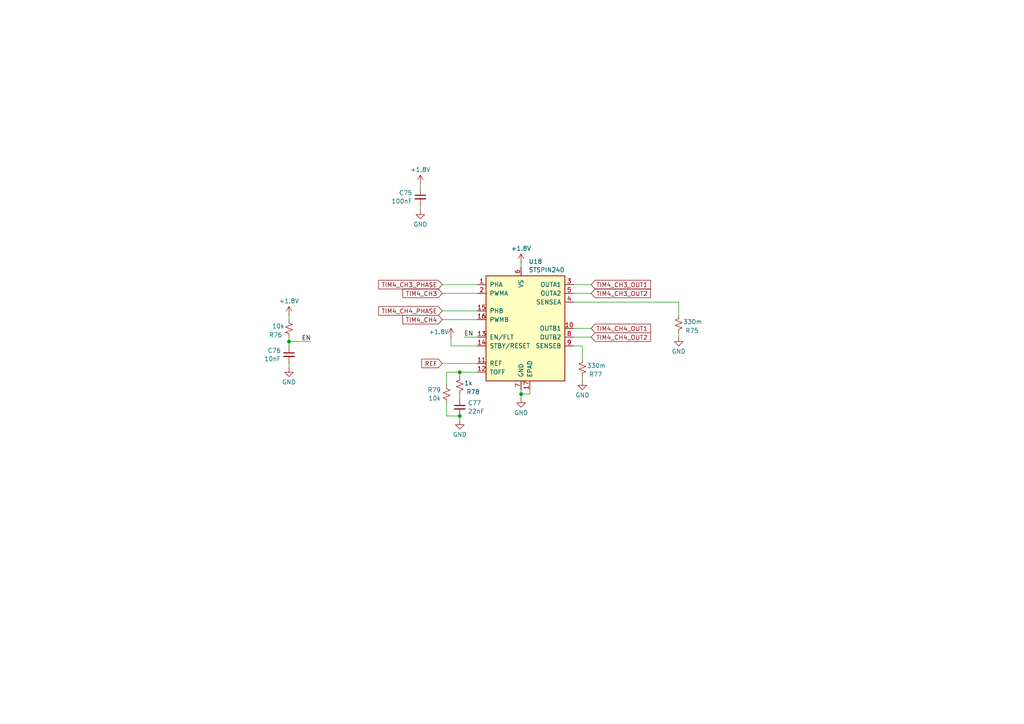
<source format=kicad_sch>
(kicad_sch
	(version 20231120)
	(generator "eeschema")
	(generator_version "8.0")
	(uuid "678b9aec-26bf-4f27-ba87-71e2ec76edda")
	(paper "A4")
	(lib_symbols
		(symbol "Device:C_Small"
			(pin_numbers hide)
			(pin_names
				(offset 0.254) hide)
			(exclude_from_sim no)
			(in_bom yes)
			(on_board yes)
			(property "Reference" "C"
				(at 0.254 1.778 0)
				(effects
					(font
						(size 1.27 1.27)
					)
					(justify left)
				)
			)
			(property "Value" "C_Small"
				(at 0.254 -2.032 0)
				(effects
					(font
						(size 1.27 1.27)
					)
					(justify left)
				)
			)
			(property "Footprint" ""
				(at 0 0 0)
				(effects
					(font
						(size 1.27 1.27)
					)
					(hide yes)
				)
			)
			(property "Datasheet" "~"
				(at 0 0 0)
				(effects
					(font
						(size 1.27 1.27)
					)
					(hide yes)
				)
			)
			(property "Description" "Unpolarized capacitor, small symbol"
				(at 0 0 0)
				(effects
					(font
						(size 1.27 1.27)
					)
					(hide yes)
				)
			)
			(property "ki_keywords" "capacitor cap"
				(at 0 0 0)
				(effects
					(font
						(size 1.27 1.27)
					)
					(hide yes)
				)
			)
			(property "ki_fp_filters" "C_*"
				(at 0 0 0)
				(effects
					(font
						(size 1.27 1.27)
					)
					(hide yes)
				)
			)
			(symbol "C_Small_0_1"
				(polyline
					(pts
						(xy -1.524 -0.508) (xy 1.524 -0.508)
					)
					(stroke
						(width 0.3302)
						(type default)
					)
					(fill
						(type none)
					)
				)
				(polyline
					(pts
						(xy -1.524 0.508) (xy 1.524 0.508)
					)
					(stroke
						(width 0.3048)
						(type default)
					)
					(fill
						(type none)
					)
				)
			)
			(symbol "C_Small_1_1"
				(pin passive line
					(at 0 2.54 270)
					(length 2.032)
					(name "~"
						(effects
							(font
								(size 1.27 1.27)
							)
						)
					)
					(number "1"
						(effects
							(font
								(size 1.27 1.27)
							)
						)
					)
				)
				(pin passive line
					(at 0 -2.54 90)
					(length 2.032)
					(name "~"
						(effects
							(font
								(size 1.27 1.27)
							)
						)
					)
					(number "2"
						(effects
							(font
								(size 1.27 1.27)
							)
						)
					)
				)
			)
		)
		(symbol "Device:R_Small_US"
			(pin_numbers hide)
			(pin_names
				(offset 0.254) hide)
			(exclude_from_sim no)
			(in_bom yes)
			(on_board yes)
			(property "Reference" "R"
				(at 0.762 0.508 0)
				(effects
					(font
						(size 1.27 1.27)
					)
					(justify left)
				)
			)
			(property "Value" "R_Small_US"
				(at 0.762 -1.016 0)
				(effects
					(font
						(size 1.27 1.27)
					)
					(justify left)
				)
			)
			(property "Footprint" ""
				(at 0 0 0)
				(effects
					(font
						(size 1.27 1.27)
					)
					(hide yes)
				)
			)
			(property "Datasheet" "~"
				(at 0 0 0)
				(effects
					(font
						(size 1.27 1.27)
					)
					(hide yes)
				)
			)
			(property "Description" "Resistor, small US symbol"
				(at 0 0 0)
				(effects
					(font
						(size 1.27 1.27)
					)
					(hide yes)
				)
			)
			(property "ki_keywords" "r resistor"
				(at 0 0 0)
				(effects
					(font
						(size 1.27 1.27)
					)
					(hide yes)
				)
			)
			(property "ki_fp_filters" "R_*"
				(at 0 0 0)
				(effects
					(font
						(size 1.27 1.27)
					)
					(hide yes)
				)
			)
			(symbol "R_Small_US_1_1"
				(polyline
					(pts
						(xy 0 0) (xy 1.016 -0.381) (xy 0 -0.762) (xy -1.016 -1.143) (xy 0 -1.524)
					)
					(stroke
						(width 0)
						(type default)
					)
					(fill
						(type none)
					)
				)
				(polyline
					(pts
						(xy 0 1.524) (xy 1.016 1.143) (xy 0 0.762) (xy -1.016 0.381) (xy 0 0)
					)
					(stroke
						(width 0)
						(type default)
					)
					(fill
						(type none)
					)
				)
				(pin passive line
					(at 0 2.54 270)
					(length 1.016)
					(name "~"
						(effects
							(font
								(size 1.27 1.27)
							)
						)
					)
					(number "1"
						(effects
							(font
								(size 1.27 1.27)
							)
						)
					)
				)
				(pin passive line
					(at 0 -2.54 90)
					(length 1.016)
					(name "~"
						(effects
							(font
								(size 1.27 1.27)
							)
						)
					)
					(number "2"
						(effects
							(font
								(size 1.27 1.27)
							)
						)
					)
				)
			)
		)
		(symbol "Driver_Motor:STSPIN240"
			(pin_names
				(offset 1.016)
			)
			(exclude_from_sim no)
			(in_bom yes)
			(on_board yes)
			(property "Reference" "U"
				(at -10.16 16.51 0)
				(effects
					(font
						(size 1.27 1.27)
					)
					(justify left)
				)
			)
			(property "Value" "STSPIN240"
				(at 5.08 16.51 0)
				(effects
					(font
						(size 1.27 1.27)
					)
					(justify left)
				)
			)
			(property "Footprint" "Package_DFN_QFN:VQFN-16-1EP_3x3mm_P0.5mm_EP1.8x1.8mm"
				(at 5.08 19.05 0)
				(effects
					(font
						(size 1.27 1.27)
					)
					(justify left)
					(hide yes)
				)
			)
			(property "Datasheet" "www.st.com/resource/en/datasheet/stspin240.pdf"
				(at 3.81 6.35 0)
				(effects
					(font
						(size 1.27 1.27)
					)
					(hide yes)
				)
			)
			(property "Description" "Low voltage dual brush DC motor driver, 1.8V to 10V input, 1.3Arms output, 0.4Ω Rdson per phase (typical), QFN-16 package"
				(at 0 0 0)
				(effects
					(font
						(size 1.27 1.27)
					)
					(hide yes)
				)
			)
			(property "ki_keywords" "motor driver dc brushed"
				(at 0 0 0)
				(effects
					(font
						(size 1.27 1.27)
					)
					(hide yes)
				)
			)
			(property "ki_fp_filters" "VQFN*1EP*3x3mm*P0.5mm*"
				(at 0 0 0)
				(effects
					(font
						(size 1.27 1.27)
					)
					(hide yes)
				)
			)
			(symbol "STSPIN240_0_1"
				(rectangle
					(start -10.16 15.24)
					(end 12.7 -15.24)
					(stroke
						(width 0.254)
						(type default)
					)
					(fill
						(type background)
					)
				)
			)
			(symbol "STSPIN240_1_1"
				(pin input line
					(at -12.7 12.7 0)
					(length 2.54)
					(name "PHA"
						(effects
							(font
								(size 1.27 1.27)
							)
						)
					)
					(number "1"
						(effects
							(font
								(size 1.27 1.27)
							)
						)
					)
				)
				(pin power_out line
					(at 15.24 0 180)
					(length 2.54)
					(name "OUTB1"
						(effects
							(font
								(size 1.27 1.27)
							)
						)
					)
					(number "10"
						(effects
							(font
								(size 1.27 1.27)
							)
						)
					)
				)
				(pin input line
					(at -12.7 -10.16 0)
					(length 2.54)
					(name "REF"
						(effects
							(font
								(size 1.27 1.27)
							)
						)
					)
					(number "11"
						(effects
							(font
								(size 1.27 1.27)
							)
						)
					)
				)
				(pin input line
					(at -12.7 -12.7 0)
					(length 2.54)
					(name "TOFF"
						(effects
							(font
								(size 1.27 1.27)
							)
						)
					)
					(number "12"
						(effects
							(font
								(size 1.27 1.27)
							)
						)
					)
				)
				(pin bidirectional line
					(at -12.7 -2.54 0)
					(length 2.54)
					(name "EN/FLT"
						(effects
							(font
								(size 1.27 1.27)
							)
						)
					)
					(number "13"
						(effects
							(font
								(size 1.27 1.27)
							)
						)
					)
				)
				(pin input line
					(at -12.7 -5.08 0)
					(length 2.54)
					(name "STBY/RESET"
						(effects
							(font
								(size 1.27 1.27)
							)
						)
					)
					(number "14"
						(effects
							(font
								(size 1.27 1.27)
							)
						)
					)
				)
				(pin input line
					(at -12.7 5.08 0)
					(length 2.54)
					(name "PHB"
						(effects
							(font
								(size 1.27 1.27)
							)
						)
					)
					(number "15"
						(effects
							(font
								(size 1.27 1.27)
							)
						)
					)
				)
				(pin input line
					(at -12.7 2.54 0)
					(length 2.54)
					(name "PWMB"
						(effects
							(font
								(size 1.27 1.27)
							)
						)
					)
					(number "16"
						(effects
							(font
								(size 1.27 1.27)
							)
						)
					)
				)
				(pin power_in line
					(at 2.54 -17.78 90)
					(length 2.54)
					(name "EPAD"
						(effects
							(font
								(size 1.27 1.27)
							)
						)
					)
					(number "17"
						(effects
							(font
								(size 1.27 1.27)
							)
						)
					)
				)
				(pin input line
					(at -12.7 10.16 0)
					(length 2.54)
					(name "PWMA"
						(effects
							(font
								(size 1.27 1.27)
							)
						)
					)
					(number "2"
						(effects
							(font
								(size 1.27 1.27)
							)
						)
					)
				)
				(pin power_out line
					(at 15.24 12.7 180)
					(length 2.54)
					(name "OUTA1"
						(effects
							(font
								(size 1.27 1.27)
							)
						)
					)
					(number "3"
						(effects
							(font
								(size 1.27 1.27)
							)
						)
					)
				)
				(pin power_out line
					(at 15.24 7.62 180)
					(length 2.54)
					(name "SENSEA"
						(effects
							(font
								(size 1.27 1.27)
							)
						)
					)
					(number "4"
						(effects
							(font
								(size 1.27 1.27)
							)
						)
					)
				)
				(pin power_out line
					(at 15.24 10.16 180)
					(length 2.54)
					(name "OUTA2"
						(effects
							(font
								(size 1.27 1.27)
							)
						)
					)
					(number "5"
						(effects
							(font
								(size 1.27 1.27)
							)
						)
					)
				)
				(pin power_in line
					(at 0 17.78 270)
					(length 2.54)
					(name "VS"
						(effects
							(font
								(size 1.27 1.27)
							)
						)
					)
					(number "6"
						(effects
							(font
								(size 1.27 1.27)
							)
						)
					)
				)
				(pin power_in line
					(at 0 -17.78 90)
					(length 2.54)
					(name "GND"
						(effects
							(font
								(size 1.27 1.27)
							)
						)
					)
					(number "7"
						(effects
							(font
								(size 1.27 1.27)
							)
						)
					)
				)
				(pin power_out line
					(at 15.24 -2.54 180)
					(length 2.54)
					(name "OUTB2"
						(effects
							(font
								(size 1.27 1.27)
							)
						)
					)
					(number "8"
						(effects
							(font
								(size 1.27 1.27)
							)
						)
					)
				)
				(pin power_out line
					(at 15.24 -5.08 180)
					(length 2.54)
					(name "SENSEB"
						(effects
							(font
								(size 1.27 1.27)
							)
						)
					)
					(number "9"
						(effects
							(font
								(size 1.27 1.27)
							)
						)
					)
				)
			)
		)
		(symbol "power:+1V8"
			(power)
			(pin_numbers hide)
			(pin_names
				(offset 0) hide)
			(exclude_from_sim no)
			(in_bom yes)
			(on_board yes)
			(property "Reference" "#PWR"
				(at 0 -3.81 0)
				(effects
					(font
						(size 1.27 1.27)
					)
					(hide yes)
				)
			)
			(property "Value" "+1V8"
				(at 0 3.556 0)
				(effects
					(font
						(size 1.27 1.27)
					)
				)
			)
			(property "Footprint" ""
				(at 0 0 0)
				(effects
					(font
						(size 1.27 1.27)
					)
					(hide yes)
				)
			)
			(property "Datasheet" ""
				(at 0 0 0)
				(effects
					(font
						(size 1.27 1.27)
					)
					(hide yes)
				)
			)
			(property "Description" "Power symbol creates a global label with name \"+1V8\""
				(at 0 0 0)
				(effects
					(font
						(size 1.27 1.27)
					)
					(hide yes)
				)
			)
			(property "ki_keywords" "global power"
				(at 0 0 0)
				(effects
					(font
						(size 1.27 1.27)
					)
					(hide yes)
				)
			)
			(symbol "+1V8_0_1"
				(polyline
					(pts
						(xy -0.762 1.27) (xy 0 2.54)
					)
					(stroke
						(width 0)
						(type default)
					)
					(fill
						(type none)
					)
				)
				(polyline
					(pts
						(xy 0 0) (xy 0 2.54)
					)
					(stroke
						(width 0)
						(type default)
					)
					(fill
						(type none)
					)
				)
				(polyline
					(pts
						(xy 0 2.54) (xy 0.762 1.27)
					)
					(stroke
						(width 0)
						(type default)
					)
					(fill
						(type none)
					)
				)
			)
			(symbol "+1V8_1_1"
				(pin power_in line
					(at 0 0 90)
					(length 0)
					(name "~"
						(effects
							(font
								(size 1.27 1.27)
							)
						)
					)
					(number "1"
						(effects
							(font
								(size 1.27 1.27)
							)
						)
					)
				)
			)
		)
		(symbol "power:GND"
			(power)
			(pin_numbers hide)
			(pin_names
				(offset 0) hide)
			(exclude_from_sim no)
			(in_bom yes)
			(on_board yes)
			(property "Reference" "#PWR"
				(at 0 -6.35 0)
				(effects
					(font
						(size 1.27 1.27)
					)
					(hide yes)
				)
			)
			(property "Value" "GND"
				(at 0 -3.81 0)
				(effects
					(font
						(size 1.27 1.27)
					)
				)
			)
			(property "Footprint" ""
				(at 0 0 0)
				(effects
					(font
						(size 1.27 1.27)
					)
					(hide yes)
				)
			)
			(property "Datasheet" ""
				(at 0 0 0)
				(effects
					(font
						(size 1.27 1.27)
					)
					(hide yes)
				)
			)
			(property "Description" "Power symbol creates a global label with name \"GND\" , ground"
				(at 0 0 0)
				(effects
					(font
						(size 1.27 1.27)
					)
					(hide yes)
				)
			)
			(property "ki_keywords" "global power"
				(at 0 0 0)
				(effects
					(font
						(size 1.27 1.27)
					)
					(hide yes)
				)
			)
			(symbol "GND_0_1"
				(polyline
					(pts
						(xy 0 0) (xy 0 -1.27) (xy 1.27 -1.27) (xy 0 -2.54) (xy -1.27 -1.27) (xy 0 -1.27)
					)
					(stroke
						(width 0)
						(type default)
					)
					(fill
						(type none)
					)
				)
			)
			(symbol "GND_1_1"
				(pin power_in line
					(at 0 0 270)
					(length 0)
					(name "~"
						(effects
							(font
								(size 1.27 1.27)
							)
						)
					)
					(number "1"
						(effects
							(font
								(size 1.27 1.27)
							)
						)
					)
				)
			)
		)
	)
	(junction
		(at 133.35 120.65)
		(diameter 0)
		(color 0 0 0 0)
		(uuid "42d6576e-fadb-4563-9fc6-3a42c8f7e3c8")
	)
	(junction
		(at 133.35 107.95)
		(diameter 0)
		(color 0 0 0 0)
		(uuid "667f0bd6-b12d-4faa-987f-927ccb27679f")
	)
	(junction
		(at 151.13 114.3)
		(diameter 0)
		(color 0 0 0 0)
		(uuid "b8536958-cabd-4320-bfca-2face8fcc9a7")
	)
	(junction
		(at 83.82 99.06)
		(diameter 0)
		(color 0 0 0 0)
		(uuid "d7e75411-1de3-452c-afc2-da1331c922c2")
	)
	(wire
		(pts
			(xy 151.13 76.2) (xy 151.13 77.47)
		)
		(stroke
			(width 0)
			(type default)
		)
		(uuid "0df78f29-7091-44f6-a730-ef372ed57675")
	)
	(wire
		(pts
			(xy 133.35 107.95) (xy 133.35 109.22)
		)
		(stroke
			(width 0)
			(type default)
		)
		(uuid "136b5161-d7ef-4375-aa91-e102651a4665")
	)
	(wire
		(pts
			(xy 168.91 100.33) (xy 166.37 100.33)
		)
		(stroke
			(width 0)
			(type default)
		)
		(uuid "154c620a-04df-4b2c-84d6-36da2c79bbea")
	)
	(wire
		(pts
			(xy 121.92 59.69) (xy 121.92 60.96)
		)
		(stroke
			(width 0)
			(type default)
		)
		(uuid "1ea7bd63-8734-448b-980b-014f4ca342f1")
	)
	(wire
		(pts
			(xy 133.35 114.3) (xy 133.35 115.57)
		)
		(stroke
			(width 0)
			(type default)
		)
		(uuid "2081ed10-af47-4487-84ed-017469b4fdb8")
	)
	(wire
		(pts
			(xy 128.27 92.71) (xy 138.43 92.71)
		)
		(stroke
			(width 0)
			(type default)
		)
		(uuid "24beaf91-e7d3-4e03-a638-690a46340679")
	)
	(wire
		(pts
			(xy 168.91 109.22) (xy 168.91 110.49)
		)
		(stroke
			(width 0)
			(type default)
		)
		(uuid "32926c58-e476-43b4-99b4-f50b1bd7289c")
	)
	(wire
		(pts
			(xy 83.82 99.06) (xy 83.82 100.33)
		)
		(stroke
			(width 0)
			(type default)
		)
		(uuid "3421b40e-45e7-4ac7-915c-5c46804131b9")
	)
	(wire
		(pts
			(xy 129.54 120.65) (xy 133.35 120.65)
		)
		(stroke
			(width 0)
			(type default)
		)
		(uuid "416fd5ac-a650-418e-931e-fcded8135e33")
	)
	(wire
		(pts
			(xy 128.27 90.17) (xy 138.43 90.17)
		)
		(stroke
			(width 0)
			(type default)
		)
		(uuid "424cc603-8d4e-4823-ae49-81b1618ee283")
	)
	(wire
		(pts
			(xy 168.91 104.14) (xy 168.91 100.33)
		)
		(stroke
			(width 0)
			(type default)
		)
		(uuid "48380410-9649-43e2-908f-c3ad67ad29b7")
	)
	(wire
		(pts
			(xy 151.13 113.03) (xy 151.13 114.3)
		)
		(stroke
			(width 0)
			(type default)
		)
		(uuid "5cf3c158-a797-45ff-8d5c-d0d1fafe3a22")
	)
	(wire
		(pts
			(xy 83.82 105.41) (xy 83.82 106.68)
		)
		(stroke
			(width 0)
			(type default)
		)
		(uuid "63b91a7c-7c95-4637-acd6-fcc77520c5dc")
	)
	(wire
		(pts
			(xy 196.85 87.63) (xy 196.85 91.44)
		)
		(stroke
			(width 0)
			(type default)
		)
		(uuid "6e4cef16-5184-4768-b13c-e683484dc67d")
	)
	(wire
		(pts
			(xy 129.54 107.95) (xy 133.35 107.95)
		)
		(stroke
			(width 0)
			(type default)
		)
		(uuid "7a2f5d6d-f89b-4009-be9b-50d00f32949b")
	)
	(wire
		(pts
			(xy 128.27 82.55) (xy 138.43 82.55)
		)
		(stroke
			(width 0)
			(type default)
		)
		(uuid "803c6951-769d-4787-a8a8-9d5548901c73")
	)
	(wire
		(pts
			(xy 121.92 53.34) (xy 121.92 54.61)
		)
		(stroke
			(width 0)
			(type default)
		)
		(uuid "81df2ca9-c94f-4f2b-a3c6-fd7d2f5cd330")
	)
	(wire
		(pts
			(xy 171.45 97.79) (xy 166.37 97.79)
		)
		(stroke
			(width 0)
			(type default)
		)
		(uuid "86b89144-a35d-4606-bee6-e66409accc8b")
	)
	(wire
		(pts
			(xy 138.43 97.79) (xy 134.62 97.79)
		)
		(stroke
			(width 0)
			(type default)
		)
		(uuid "87ebdfcb-394e-45c3-bb85-92d5e78fab56")
	)
	(wire
		(pts
			(xy 128.27 85.09) (xy 138.43 85.09)
		)
		(stroke
			(width 0)
			(type default)
		)
		(uuid "8e1f1e4d-a6da-4aa4-97a4-ceec37ac802b")
	)
	(wire
		(pts
			(xy 171.45 82.55) (xy 166.37 82.55)
		)
		(stroke
			(width 0)
			(type default)
		)
		(uuid "9073e5b9-c9af-4baa-b7cc-01e4e0e8170f")
	)
	(wire
		(pts
			(xy 133.35 107.95) (xy 138.43 107.95)
		)
		(stroke
			(width 0)
			(type default)
		)
		(uuid "af0d2cc6-489d-454c-9b05-ca897f917682")
	)
	(wire
		(pts
			(xy 130.81 100.33) (xy 138.43 100.33)
		)
		(stroke
			(width 0)
			(type default)
		)
		(uuid "b17469f9-4bfa-4158-bb7d-36070dad954a")
	)
	(wire
		(pts
			(xy 130.81 97.79) (xy 130.81 100.33)
		)
		(stroke
			(width 0)
			(type default)
		)
		(uuid "b99a87d4-af7a-4089-919c-45c7b3e63e22")
	)
	(wire
		(pts
			(xy 83.82 97.79) (xy 83.82 99.06)
		)
		(stroke
			(width 0)
			(type default)
		)
		(uuid "bab4188a-e630-4411-9ebd-0ebfae15cdb7")
	)
	(wire
		(pts
			(xy 171.45 85.09) (xy 166.37 85.09)
		)
		(stroke
			(width 0)
			(type default)
		)
		(uuid "bdd1b05d-dd6b-43d2-8213-f03d27a27000")
	)
	(wire
		(pts
			(xy 151.13 114.3) (xy 151.13 115.57)
		)
		(stroke
			(width 0)
			(type default)
		)
		(uuid "c05a63b7-2286-49ac-88b8-9c002ca85a9b")
	)
	(wire
		(pts
			(xy 196.85 87.63) (xy 166.37 87.63)
		)
		(stroke
			(width 0)
			(type default)
		)
		(uuid "c703d5d0-28ac-450a-9e81-ebc92b083f82")
	)
	(wire
		(pts
			(xy 128.27 105.41) (xy 138.43 105.41)
		)
		(stroke
			(width 0)
			(type default)
		)
		(uuid "d35195cc-7528-460d-9bc1-1c284727c64a")
	)
	(wire
		(pts
			(xy 129.54 116.84) (xy 129.54 120.65)
		)
		(stroke
			(width 0)
			(type default)
		)
		(uuid "df4c6b07-3cee-4d76-82ac-68278b1b2a0b")
	)
	(wire
		(pts
			(xy 83.82 91.44) (xy 83.82 92.71)
		)
		(stroke
			(width 0)
			(type default)
		)
		(uuid "e0f0e4df-3c11-491b-8c83-7b2feb1c5868")
	)
	(wire
		(pts
			(xy 153.67 114.3) (xy 153.67 113.03)
		)
		(stroke
			(width 0)
			(type default)
		)
		(uuid "e511d5ce-c0d6-4f17-bf9c-e17cd78b2211")
	)
	(wire
		(pts
			(xy 83.82 99.06) (xy 90.17 99.06)
		)
		(stroke
			(width 0)
			(type default)
		)
		(uuid "e535f119-b11d-44d9-8320-a66c01ce3ac1")
	)
	(wire
		(pts
			(xy 129.54 107.95) (xy 129.54 111.76)
		)
		(stroke
			(width 0)
			(type default)
		)
		(uuid "ea7df6dd-d206-4b50-ba0f-4867bd8d5e3c")
	)
	(wire
		(pts
			(xy 196.85 96.52) (xy 196.85 97.79)
		)
		(stroke
			(width 0)
			(type default)
		)
		(uuid "eedb8325-9b7d-43e3-aeb3-3c1bcc0fd479")
	)
	(wire
		(pts
			(xy 151.13 114.3) (xy 153.67 114.3)
		)
		(stroke
			(width 0)
			(type default)
		)
		(uuid "f25e5032-c755-44ef-8098-cb8f9e78830f")
	)
	(wire
		(pts
			(xy 171.45 95.25) (xy 166.37 95.25)
		)
		(stroke
			(width 0)
			(type default)
		)
		(uuid "f53cb537-a4c1-47fa-b30f-4b9840c5326a")
	)
	(wire
		(pts
			(xy 133.35 121.92) (xy 133.35 120.65)
		)
		(stroke
			(width 0)
			(type default)
		)
		(uuid "fcb6524b-ad1e-4656-ace8-fb400e227a7f")
	)
	(label "EN"
		(at 134.62 97.79 0)
		(fields_autoplaced yes)
		(effects
			(font
				(size 1.27 1.27)
			)
			(justify left bottom)
		)
		(uuid "2d735b23-4b75-4cc8-8522-77b72559e13e")
	)
	(label "EN"
		(at 90.17 99.06 180)
		(fields_autoplaced yes)
		(effects
			(font
				(size 1.27 1.27)
			)
			(justify right bottom)
		)
		(uuid "fc3e2e52-2328-484c-bc85-8e920ea7a8f4")
	)
	(global_label "TIM4_CH4_OUT2"
		(shape input)
		(at 171.45 97.79 0)
		(fields_autoplaced yes)
		(effects
			(font
				(size 1.27 1.27)
			)
			(justify left)
		)
		(uuid "0a180a4d-c780-4595-b64d-ef41891d5a3e")
		(property "Intersheetrefs" "${INTERSHEET_REFS}"
			(at 189.2518 97.79 0)
			(effects
				(font
					(size 1.27 1.27)
				)
				(justify left)
				(hide yes)
			)
		)
	)
	(global_label "TIM4_CH4"
		(shape input)
		(at 128.27 92.71 180)
		(fields_autoplaced yes)
		(effects
			(font
				(size 1.27 1.27)
			)
			(justify right)
		)
		(uuid "58b2eda6-4dac-4b30-9252-55102a16717b")
		(property "Intersheetrefs" "${INTERSHEET_REFS}"
			(at 116.2739 92.71 0)
			(effects
				(font
					(size 1.27 1.27)
				)
				(justify right)
				(hide yes)
			)
		)
	)
	(global_label "TIM4_CH3_OUT1"
		(shape input)
		(at 171.45 82.55 0)
		(fields_autoplaced yes)
		(effects
			(font
				(size 1.27 1.27)
			)
			(justify left)
		)
		(uuid "7fac2575-daf0-48f9-9c71-e8d6bad61731")
		(property "Intersheetrefs" "${INTERSHEET_REFS}"
			(at 189.2518 82.55 0)
			(effects
				(font
					(size 1.27 1.27)
				)
				(justify left)
				(hide yes)
			)
		)
	)
	(global_label "TIM4_CH3_OUT2"
		(shape input)
		(at 171.45 85.09 0)
		(fields_autoplaced yes)
		(effects
			(font
				(size 1.27 1.27)
			)
			(justify left)
		)
		(uuid "89d6e653-e228-4197-90ad-d197dd9dc86b")
		(property "Intersheetrefs" "${INTERSHEET_REFS}"
			(at 189.2518 85.09 0)
			(effects
				(font
					(size 1.27 1.27)
				)
				(justify left)
				(hide yes)
			)
		)
	)
	(global_label "TIM4_CH4_PHASE"
		(shape input)
		(at 128.27 90.17 180)
		(fields_autoplaced yes)
		(effects
			(font
				(size 1.27 1.27)
			)
			(justify right)
		)
		(uuid "8b813cc2-a0aa-4d22-9809-183b5a09753d")
		(property "Intersheetrefs" "${INTERSHEET_REFS}"
			(at 109.2587 90.17 0)
			(effects
				(font
					(size 1.27 1.27)
				)
				(justify right)
				(hide yes)
			)
		)
	)
	(global_label "REF"
		(shape input)
		(at 128.27 105.41 180)
		(fields_autoplaced yes)
		(effects
			(font
				(size 1.27 1.27)
			)
			(justify right)
		)
		(uuid "a0dc2bc4-5b4f-4c18-86e8-8fa5de828bae")
		(property "Intersheetrefs" "${INTERSHEET_REFS}"
			(at 121.7772 105.41 0)
			(effects
				(font
					(size 1.27 1.27)
				)
				(justify right)
				(hide yes)
			)
		)
	)
	(global_label "TIM4_CH3_PHASE"
		(shape input)
		(at 128.27 82.55 180)
		(fields_autoplaced yes)
		(effects
			(font
				(size 1.27 1.27)
			)
			(justify right)
		)
		(uuid "a4881ba1-4837-43a5-b98c-30b78eaa4774")
		(property "Intersheetrefs" "${INTERSHEET_REFS}"
			(at 109.2587 82.55 0)
			(effects
				(font
					(size 1.27 1.27)
				)
				(justify right)
				(hide yes)
			)
		)
	)
	(global_label "TIM4_CH4_OUT1"
		(shape input)
		(at 171.45 95.25 0)
		(fields_autoplaced yes)
		(effects
			(font
				(size 1.27 1.27)
			)
			(justify left)
		)
		(uuid "aeaead11-1800-4d15-85ff-8ec0d9fb8cd2")
		(property "Intersheetrefs" "${INTERSHEET_REFS}"
			(at 189.2518 95.25 0)
			(effects
				(font
					(size 1.27 1.27)
				)
				(justify left)
				(hide yes)
			)
		)
	)
	(global_label "TIM4_CH3"
		(shape input)
		(at 128.27 85.09 180)
		(fields_autoplaced yes)
		(effects
			(font
				(size 1.27 1.27)
			)
			(justify right)
		)
		(uuid "b6dee8e1-f56e-4501-a1ed-fa3e6493b6f5")
		(property "Intersheetrefs" "${INTERSHEET_REFS}"
			(at 116.2739 85.09 0)
			(effects
				(font
					(size 1.27 1.27)
				)
				(justify right)
				(hide yes)
			)
		)
	)
	(symbol
		(lib_id "Device:R_Small_US")
		(at 133.35 111.76 0)
		(mirror y)
		(unit 1)
		(exclude_from_sim no)
		(in_bom yes)
		(on_board yes)
		(dnp no)
		(uuid "08d3599f-af0c-44bb-81d5-91e8f1f358cf")
		(property "Reference" "R78"
			(at 135.255 113.665 0)
			(effects
				(font
					(size 1.27 1.27)
				)
				(justify right)
			)
		)
		(property "Value" "1k"
			(at 134.62 111.125 0)
			(effects
				(font
					(size 1.27 1.27)
				)
				(justify right)
			)
		)
		(property "Footprint" "Resistor_SMD:R_0402_1005Metric"
			(at 133.35 111.76 0)
			(effects
				(font
					(size 1.27 1.27)
				)
				(hide yes)
			)
		)
		(property "Datasheet" "~"
			(at 133.35 111.76 0)
			(effects
				(font
					(size 1.27 1.27)
				)
				(hide yes)
			)
		)
		(property "Description" ""
			(at 133.35 111.76 0)
			(effects
				(font
					(size 1.27 1.27)
				)
				(hide yes)
			)
		)
		(property "LCSC" "C11702"
			(at 133.35 111.76 0)
			(effects
				(font
					(size 1.27 1.27)
				)
				(hide yes)
			)
		)
		(pin "1"
			(uuid "520cc536-f2af-4093-9c89-99c22b303949")
		)
		(pin "2"
			(uuid "6d27895e-5584-4a35-a191-ef74435461a2")
		)
		(instances
			(project "kasm_pcb_rev2"
				(path "/b88f3414-095b-412c-ac5e-63ceec91c7e6/2d3f9a94-2f4e-4d4f-b431-cd37d3bb57a3/75096485-3595-404e-86c4-4f9cf972b84d"
					(reference "R78")
					(unit 1)
				)
			)
		)
	)
	(symbol
		(lib_id "power:GND")
		(at 151.13 115.57 0)
		(unit 1)
		(exclude_from_sim no)
		(in_bom yes)
		(on_board yes)
		(dnp no)
		(uuid "0999cc4d-196e-43d7-9300-6dc4805e5618")
		(property "Reference" "#PWR0184"
			(at 151.13 121.92 0)
			(effects
				(font
					(size 1.27 1.27)
				)
				(hide yes)
			)
		)
		(property "Value" "GND"
			(at 151.13 119.7031 0)
			(effects
				(font
					(size 1.27 1.27)
				)
			)
		)
		(property "Footprint" ""
			(at 151.13 115.57 0)
			(effects
				(font
					(size 1.27 1.27)
				)
				(hide yes)
			)
		)
		(property "Datasheet" ""
			(at 151.13 115.57 0)
			(effects
				(font
					(size 1.27 1.27)
				)
				(hide yes)
			)
		)
		(property "Description" "Power symbol creates a global label with name \"GND\" , ground"
			(at 151.13 115.57 0)
			(effects
				(font
					(size 1.27 1.27)
				)
				(hide yes)
			)
		)
		(pin "1"
			(uuid "01c8d304-92ab-4c38-9ee6-bb49e7f47521")
		)
		(instances
			(project "kasm_pcb_rev2"
				(path "/b88f3414-095b-412c-ac5e-63ceec91c7e6/2d3f9a94-2f4e-4d4f-b431-cd37d3bb57a3/75096485-3595-404e-86c4-4f9cf972b84d"
					(reference "#PWR0184")
					(unit 1)
				)
			)
		)
	)
	(symbol
		(lib_id "Device:R_Small_US")
		(at 196.85 93.98 0)
		(mirror y)
		(unit 1)
		(exclude_from_sim no)
		(in_bom yes)
		(on_board yes)
		(dnp no)
		(uuid "0c943832-355b-4dd2-80d1-86cc87ab732c")
		(property "Reference" "R75"
			(at 198.755 95.885 0)
			(effects
				(font
					(size 1.27 1.27)
				)
				(justify right)
			)
		)
		(property "Value" "330m"
			(at 198.12 93.345 0)
			(effects
				(font
					(size 1.27 1.27)
				)
				(justify right)
			)
		)
		(property "Footprint" "Resistor_SMD:R_0402_1005Metric"
			(at 196.85 93.98 0)
			(effects
				(font
					(size 1.27 1.27)
				)
				(hide yes)
			)
		)
		(property "Datasheet" "~"
			(at 196.85 93.98 0)
			(effects
				(font
					(size 1.27 1.27)
				)
				(hide yes)
			)
		)
		(property "Description" ""
			(at 196.85 93.98 0)
			(effects
				(font
					(size 1.27 1.27)
				)
				(hide yes)
			)
		)
		(property "LCSC" "C332660"
			(at 196.85 93.98 0)
			(effects
				(font
					(size 1.27 1.27)
				)
				(hide yes)
			)
		)
		(pin "1"
			(uuid "57d730c9-355f-4784-b711-036a1073d2a4")
		)
		(pin "2"
			(uuid "b0acd83e-7dfa-44f5-8902-f6cbfe4aaaab")
		)
		(instances
			(project "kasm_pcb_rev2"
				(path "/b88f3414-095b-412c-ac5e-63ceec91c7e6/2d3f9a94-2f4e-4d4f-b431-cd37d3bb57a3/75096485-3595-404e-86c4-4f9cf972b84d"
					(reference "R75")
					(unit 1)
				)
			)
		)
	)
	(symbol
		(lib_id "power:GND")
		(at 133.35 121.92 0)
		(unit 1)
		(exclude_from_sim no)
		(in_bom yes)
		(on_board yes)
		(dnp no)
		(uuid "14826b93-6e2a-40a6-8261-c4025ad4b572")
		(property "Reference" "#PWR0185"
			(at 133.35 128.27 0)
			(effects
				(font
					(size 1.27 1.27)
				)
				(hide yes)
			)
		)
		(property "Value" "GND"
			(at 133.35 126.0531 0)
			(effects
				(font
					(size 1.27 1.27)
				)
			)
		)
		(property "Footprint" ""
			(at 133.35 121.92 0)
			(effects
				(font
					(size 1.27 1.27)
				)
				(hide yes)
			)
		)
		(property "Datasheet" ""
			(at 133.35 121.92 0)
			(effects
				(font
					(size 1.27 1.27)
				)
				(hide yes)
			)
		)
		(property "Description" "Power symbol creates a global label with name \"GND\" , ground"
			(at 133.35 121.92 0)
			(effects
				(font
					(size 1.27 1.27)
				)
				(hide yes)
			)
		)
		(pin "1"
			(uuid "e8b8079c-b48f-4a26-a36d-ad370f272bfa")
		)
		(instances
			(project "kasm_pcb_rev2"
				(path "/b88f3414-095b-412c-ac5e-63ceec91c7e6/2d3f9a94-2f4e-4d4f-b431-cd37d3bb57a3/75096485-3595-404e-86c4-4f9cf972b84d"
					(reference "#PWR0185")
					(unit 1)
				)
			)
		)
	)
	(symbol
		(lib_id "Device:R_Small_US")
		(at 83.82 95.25 0)
		(unit 1)
		(exclude_from_sim no)
		(in_bom yes)
		(on_board yes)
		(dnp no)
		(uuid "23119a32-3781-4e14-9518-f3722f383c32")
		(property "Reference" "R76"
			(at 81.915 97.155 0)
			(effects
				(font
					(size 1.27 1.27)
				)
				(justify right)
			)
		)
		(property "Value" "10k"
			(at 82.55 94.615 0)
			(effects
				(font
					(size 1.27 1.27)
				)
				(justify right)
			)
		)
		(property "Footprint" "Resistor_SMD:R_0402_1005Metric"
			(at 83.82 95.25 0)
			(effects
				(font
					(size 1.27 1.27)
				)
				(hide yes)
			)
		)
		(property "Datasheet" "~"
			(at 83.82 95.25 0)
			(effects
				(font
					(size 1.27 1.27)
				)
				(hide yes)
			)
		)
		(property "Description" ""
			(at 83.82 95.25 0)
			(effects
				(font
					(size 1.27 1.27)
				)
				(hide yes)
			)
		)
		(property "LCSC" "C25744"
			(at 83.82 95.25 0)
			(effects
				(font
					(size 1.27 1.27)
				)
				(hide yes)
			)
		)
		(pin "1"
			(uuid "d81662fd-b7ee-4cd3-835e-4201edb14a83")
		)
		(pin "2"
			(uuid "161611a2-a90e-4351-9765-90a80e4e7081")
		)
		(instances
			(project "kasm_pcb_rev2"
				(path "/b88f3414-095b-412c-ac5e-63ceec91c7e6/2d3f9a94-2f4e-4d4f-b431-cd37d3bb57a3/75096485-3595-404e-86c4-4f9cf972b84d"
					(reference "R76")
					(unit 1)
				)
			)
		)
	)
	(symbol
		(lib_id "power:+1V8")
		(at 130.81 97.79 0)
		(unit 1)
		(exclude_from_sim no)
		(in_bom yes)
		(on_board yes)
		(dnp no)
		(uuid "47419cb7-ae1c-489c-b519-ae9a5c0d2b1e")
		(property "Reference" "#PWR0180"
			(at 130.81 101.6 0)
			(effects
				(font
					(size 1.27 1.27)
				)
				(hide yes)
			)
		)
		(property "Value" "+1.8V"
			(at 127.254 96.266 0)
			(effects
				(font
					(size 1.27 1.27)
				)
			)
		)
		(property "Footprint" ""
			(at 130.81 97.79 0)
			(effects
				(font
					(size 1.27 1.27)
				)
				(hide yes)
			)
		)
		(property "Datasheet" ""
			(at 130.81 97.79 0)
			(effects
				(font
					(size 1.27 1.27)
				)
				(hide yes)
			)
		)
		(property "Description" "Power symbol creates a global label with name \"+1V8\""
			(at 130.81 97.79 0)
			(effects
				(font
					(size 1.27 1.27)
				)
				(hide yes)
			)
		)
		(pin "1"
			(uuid "053ca9e1-1fa5-4cbe-93b1-01fdae85988d")
		)
		(instances
			(project "kasm_pcb_rev2"
				(path "/b88f3414-095b-412c-ac5e-63ceec91c7e6/2d3f9a94-2f4e-4d4f-b431-cd37d3bb57a3/75096485-3595-404e-86c4-4f9cf972b84d"
					(reference "#PWR0180")
					(unit 1)
				)
			)
		)
	)
	(symbol
		(lib_id "Device:R_Small_US")
		(at 168.91 106.68 0)
		(mirror y)
		(unit 1)
		(exclude_from_sim no)
		(in_bom yes)
		(on_board yes)
		(dnp no)
		(uuid "573e37f4-27b0-4a2f-aa61-feaccf55e8aa")
		(property "Reference" "R77"
			(at 170.815 108.585 0)
			(effects
				(font
					(size 1.27 1.27)
				)
				(justify right)
			)
		)
		(property "Value" "330m"
			(at 170.18 106.045 0)
			(effects
				(font
					(size 1.27 1.27)
				)
				(justify right)
			)
		)
		(property "Footprint" "Resistor_SMD:R_0402_1005Metric"
			(at 168.91 106.68 0)
			(effects
				(font
					(size 1.27 1.27)
				)
				(hide yes)
			)
		)
		(property "Datasheet" "~"
			(at 168.91 106.68 0)
			(effects
				(font
					(size 1.27 1.27)
				)
				(hide yes)
			)
		)
		(property "Description" ""
			(at 168.91 106.68 0)
			(effects
				(font
					(size 1.27 1.27)
				)
				(hide yes)
			)
		)
		(property "LCSC" "C332660"
			(at 168.91 106.68 0)
			(effects
				(font
					(size 1.27 1.27)
				)
				(hide yes)
			)
		)
		(pin "1"
			(uuid "deb5ea79-eada-4ab9-8293-e45ffe29325b")
		)
		(pin "2"
			(uuid "9fb9f794-63ce-4561-8109-da4072feb646")
		)
		(instances
			(project "kasm_pcb_rev2"
				(path "/b88f3414-095b-412c-ac5e-63ceec91c7e6/2d3f9a94-2f4e-4d4f-b431-cd37d3bb57a3/75096485-3595-404e-86c4-4f9cf972b84d"
					(reference "R77")
					(unit 1)
				)
			)
		)
	)
	(symbol
		(lib_id "Device:C_Small")
		(at 83.82 102.87 0)
		(mirror y)
		(unit 1)
		(exclude_from_sim no)
		(in_bom yes)
		(on_board yes)
		(dnp no)
		(uuid "8bbefa2f-93dc-492f-a9f9-ce6467de0313")
		(property "Reference" "C76"
			(at 81.4959 101.6642 0)
			(effects
				(font
					(size 1.27 1.27)
				)
				(justify left)
			)
		)
		(property "Value" "10nF"
			(at 81.4959 104.0884 0)
			(effects
				(font
					(size 1.27 1.27)
				)
				(justify left)
			)
		)
		(property "Footprint" "Capacitor_SMD:C_0402_1005Metric"
			(at 83.82 102.87 0)
			(effects
				(font
					(size 1.27 1.27)
				)
				(hide yes)
			)
		)
		(property "Datasheet" "~"
			(at 83.82 102.87 0)
			(effects
				(font
					(size 1.27 1.27)
				)
				(hide yes)
			)
		)
		(property "Description" ""
			(at 83.82 102.87 0)
			(effects
				(font
					(size 1.27 1.27)
				)
				(hide yes)
			)
		)
		(property "LCSC" "C15195"
			(at 83.82 102.87 0)
			(effects
				(font
					(size 1.27 1.27)
				)
				(hide yes)
			)
		)
		(pin "1"
			(uuid "4a0b128f-1011-4cfc-a4f9-a184f8f367cb")
		)
		(pin "2"
			(uuid "7ee64186-dbfa-4b56-9658-efb851b27027")
		)
		(instances
			(project "kasm_pcb_rev2"
				(path "/b88f3414-095b-412c-ac5e-63ceec91c7e6/2d3f9a94-2f4e-4d4f-b431-cd37d3bb57a3/75096485-3595-404e-86c4-4f9cf972b84d"
					(reference "C76")
					(unit 1)
				)
			)
		)
	)
	(symbol
		(lib_id "Device:C_Small")
		(at 133.35 118.11 0)
		(unit 1)
		(exclude_from_sim no)
		(in_bom yes)
		(on_board yes)
		(dnp no)
		(uuid "a4b32b01-09cd-40d7-b4bd-05e6b14c732a")
		(property "Reference" "C77"
			(at 135.6741 116.9042 0)
			(effects
				(font
					(size 1.27 1.27)
				)
				(justify left)
			)
		)
		(property "Value" "22nF"
			(at 135.6741 119.3284 0)
			(effects
				(font
					(size 1.27 1.27)
				)
				(justify left)
			)
		)
		(property "Footprint" "Capacitor_SMD:C_0402_1005Metric"
			(at 133.35 118.11 0)
			(effects
				(font
					(size 1.27 1.27)
				)
				(hide yes)
			)
		)
		(property "Datasheet" "~"
			(at 133.35 118.11 0)
			(effects
				(font
					(size 1.27 1.27)
				)
				(hide yes)
			)
		)
		(property "Description" ""
			(at 133.35 118.11 0)
			(effects
				(font
					(size 1.27 1.27)
				)
				(hide yes)
			)
		)
		(property "LCSC" "C1532"
			(at 133.35 118.11 0)
			(effects
				(font
					(size 1.27 1.27)
				)
				(hide yes)
			)
		)
		(pin "1"
			(uuid "8b85e93a-1364-406f-b041-5332cdf1f0d7")
		)
		(pin "2"
			(uuid "1180bcc9-8394-4f27-9980-bdad24b10085")
		)
		(instances
			(project "kasm_pcb_rev2"
				(path "/b88f3414-095b-412c-ac5e-63ceec91c7e6/2d3f9a94-2f4e-4d4f-b431-cd37d3bb57a3/75096485-3595-404e-86c4-4f9cf972b84d"
					(reference "C77")
					(unit 1)
				)
			)
		)
	)
	(symbol
		(lib_id "power:GND")
		(at 83.82 106.68 0)
		(unit 1)
		(exclude_from_sim no)
		(in_bom yes)
		(on_board yes)
		(dnp no)
		(uuid "a7e209d7-8814-4e15-94e5-c596746dcf1c")
		(property "Reference" "#PWR0182"
			(at 83.82 113.03 0)
			(effects
				(font
					(size 1.27 1.27)
				)
				(hide yes)
			)
		)
		(property "Value" "GND"
			(at 83.82 110.8131 0)
			(effects
				(font
					(size 1.27 1.27)
				)
			)
		)
		(property "Footprint" ""
			(at 83.82 106.68 0)
			(effects
				(font
					(size 1.27 1.27)
				)
				(hide yes)
			)
		)
		(property "Datasheet" ""
			(at 83.82 106.68 0)
			(effects
				(font
					(size 1.27 1.27)
				)
				(hide yes)
			)
		)
		(property "Description" "Power symbol creates a global label with name \"GND\" , ground"
			(at 83.82 106.68 0)
			(effects
				(font
					(size 1.27 1.27)
				)
				(hide yes)
			)
		)
		(pin "1"
			(uuid "92a6c475-de20-49ef-86de-68ef71c69e89")
		)
		(instances
			(project "kasm_pcb_rev2"
				(path "/b88f3414-095b-412c-ac5e-63ceec91c7e6/2d3f9a94-2f4e-4d4f-b431-cd37d3bb57a3/75096485-3595-404e-86c4-4f9cf972b84d"
					(reference "#PWR0182")
					(unit 1)
				)
			)
		)
	)
	(symbol
		(lib_id "Device:R_Small_US")
		(at 129.54 114.3 0)
		(unit 1)
		(exclude_from_sim no)
		(in_bom yes)
		(on_board yes)
		(dnp no)
		(uuid "bfdc5db9-5620-48b6-9bf6-89e3bdf3214f")
		(property "Reference" "R79"
			(at 127.889 113.0879 0)
			(effects
				(font
					(size 1.27 1.27)
				)
				(justify right)
			)
		)
		(property "Value" "10k"
			(at 127.889 115.5121 0)
			(effects
				(font
					(size 1.27 1.27)
				)
				(justify right)
			)
		)
		(property "Footprint" "Resistor_SMD:R_0402_1005Metric"
			(at 129.54 114.3 0)
			(effects
				(font
					(size 1.27 1.27)
				)
				(hide yes)
			)
		)
		(property "Datasheet" "~"
			(at 129.54 114.3 0)
			(effects
				(font
					(size 1.27 1.27)
				)
				(hide yes)
			)
		)
		(property "Description" ""
			(at 129.54 114.3 0)
			(effects
				(font
					(size 1.27 1.27)
				)
				(hide yes)
			)
		)
		(property "LCSC" "C25744"
			(at 129.54 114.3 0)
			(effects
				(font
					(size 1.27 1.27)
				)
				(hide yes)
			)
		)
		(pin "1"
			(uuid "c274c463-e395-48cd-84fd-43c321901939")
		)
		(pin "2"
			(uuid "40177d0b-163d-4b7d-bc14-a96a14938c86")
		)
		(instances
			(project "kasm_pcb_rev2"
				(path "/b88f3414-095b-412c-ac5e-63ceec91c7e6/2d3f9a94-2f4e-4d4f-b431-cd37d3bb57a3/75096485-3595-404e-86c4-4f9cf972b84d"
					(reference "R79")
					(unit 1)
				)
			)
		)
	)
	(symbol
		(lib_id "Driver_Motor:STSPIN240")
		(at 151.13 95.25 0)
		(unit 1)
		(exclude_from_sim no)
		(in_bom yes)
		(on_board yes)
		(dnp no)
		(fields_autoplaced yes)
		(uuid "c7502d99-2115-45f9-a2ef-a076462238a5")
		(property "Reference" "U18"
			(at 153.3241 75.8655 0)
			(effects
				(font
					(size 1.27 1.27)
				)
				(justify left)
			)
		)
		(property "Value" "STSPIN240"
			(at 153.3241 78.2898 0)
			(effects
				(font
					(size 1.27 1.27)
				)
				(justify left)
			)
		)
		(property "Footprint" "Package_DFN_QFN:VQFN-16-1EP_3x3mm_P0.5mm_EP1.8x1.8mm"
			(at 156.21 76.2 0)
			(effects
				(font
					(size 1.27 1.27)
				)
				(justify left)
				(hide yes)
			)
		)
		(property "Datasheet" "www.st.com/resource/en/datasheet/stspin240.pdf"
			(at 154.94 88.9 0)
			(effects
				(font
					(size 1.27 1.27)
				)
				(hide yes)
			)
		)
		(property "Description" "Low voltage dual brush DC motor driver, 1.8V to 10V input, 1.3Arms output, 0.4Ω Rdson per phase (typical), QFN-16 package"
			(at 151.13 95.25 0)
			(effects
				(font
					(size 1.27 1.27)
				)
				(hide yes)
			)
		)
		(property "LCSC" "C962258"
			(at 151.13 95.25 0)
			(effects
				(font
					(size 1.27 1.27)
				)
				(hide yes)
			)
		)
		(pin "3"
			(uuid "fe9d407e-f7c4-4d26-83bf-e859ae563953")
		)
		(pin "1"
			(uuid "30ac2a83-2a74-4171-a3a8-2d0ae77ce84e")
		)
		(pin "11"
			(uuid "e8cf5615-f468-42e5-b764-8378300ae2c0")
		)
		(pin "16"
			(uuid "343aae0f-2418-414b-9e98-d73fb55bc60f")
		)
		(pin "5"
			(uuid "3f95d406-0c66-4745-9029-ca7bee6a393b")
		)
		(pin "17"
			(uuid "628e1b96-d0d9-48e0-ba07-8b5abceabae1")
		)
		(pin "4"
			(uuid "522a1027-f92a-412a-99e9-27eca5bd7271")
		)
		(pin "7"
			(uuid "f1ca1b92-8e7f-487e-9eb0-2680eac2976c")
		)
		(pin "12"
			(uuid "b1dff811-43d4-4eb0-b4fe-8d1d58da56dd")
		)
		(pin "8"
			(uuid "af706f31-aaf9-436f-a4e4-d2b6472f0b71")
		)
		(pin "13"
			(uuid "cc77683b-88d0-4edf-9198-5ce1c7403982")
		)
		(pin "14"
			(uuid "358dc77a-4bac-4156-944f-764ceb3f10f2")
		)
		(pin "9"
			(uuid "f9c0fd3b-34e7-4383-9c93-07ea94d472db")
		)
		(pin "15"
			(uuid "fb8a524f-69ff-4e75-8ae2-d8b3c017c8f2")
		)
		(pin "6"
			(uuid "703dac2d-832a-4314-b1e9-b916d658de24")
		)
		(pin "2"
			(uuid "71a4b8d0-494f-4156-a3ea-31e3755ac544")
		)
		(pin "10"
			(uuid "28bf453d-5e87-4410-b8a1-e775a3e9537b")
		)
		(instances
			(project "kasm_pcb_rev2"
				(path "/b88f3414-095b-412c-ac5e-63ceec91c7e6/2d3f9a94-2f4e-4d4f-b431-cd37d3bb57a3/75096485-3595-404e-86c4-4f9cf972b84d"
					(reference "U18")
					(unit 1)
				)
			)
		)
	)
	(symbol
		(lib_id "power:+1V8")
		(at 151.13 76.2 0)
		(unit 1)
		(exclude_from_sim no)
		(in_bom yes)
		(on_board yes)
		(dnp no)
		(fields_autoplaced yes)
		(uuid "ca847cc4-807a-42af-945f-2720735b3a56")
		(property "Reference" "#PWR0178"
			(at 151.13 80.01 0)
			(effects
				(font
					(size 1.27 1.27)
				)
				(hide yes)
			)
		)
		(property "Value" "+1.8V"
			(at 151.13 72.0669 0)
			(effects
				(font
					(size 1.27 1.27)
				)
			)
		)
		(property "Footprint" ""
			(at 151.13 76.2 0)
			(effects
				(font
					(size 1.27 1.27)
				)
				(hide yes)
			)
		)
		(property "Datasheet" ""
			(at 151.13 76.2 0)
			(effects
				(font
					(size 1.27 1.27)
				)
				(hide yes)
			)
		)
		(property "Description" "Power symbol creates a global label with name \"+1V8\""
			(at 151.13 76.2 0)
			(effects
				(font
					(size 1.27 1.27)
				)
				(hide yes)
			)
		)
		(pin "1"
			(uuid "7ccac2bd-317e-409c-be59-a405e74a4185")
		)
		(instances
			(project "kasm_pcb_rev2"
				(path "/b88f3414-095b-412c-ac5e-63ceec91c7e6/2d3f9a94-2f4e-4d4f-b431-cd37d3bb57a3/75096485-3595-404e-86c4-4f9cf972b84d"
					(reference "#PWR0178")
					(unit 1)
				)
			)
		)
	)
	(symbol
		(lib_id "power:GND")
		(at 121.92 60.96 0)
		(unit 1)
		(exclude_from_sim no)
		(in_bom yes)
		(on_board yes)
		(dnp no)
		(uuid "d0817673-fadb-49b3-aafd-2e2ce68adcb9")
		(property "Reference" "#PWR0177"
			(at 121.92 67.31 0)
			(effects
				(font
					(size 1.27 1.27)
				)
				(hide yes)
			)
		)
		(property "Value" "GND"
			(at 121.92 65.0931 0)
			(effects
				(font
					(size 1.27 1.27)
				)
			)
		)
		(property "Footprint" ""
			(at 121.92 60.96 0)
			(effects
				(font
					(size 1.27 1.27)
				)
				(hide yes)
			)
		)
		(property "Datasheet" ""
			(at 121.92 60.96 0)
			(effects
				(font
					(size 1.27 1.27)
				)
				(hide yes)
			)
		)
		(property "Description" "Power symbol creates a global label with name \"GND\" , ground"
			(at 121.92 60.96 0)
			(effects
				(font
					(size 1.27 1.27)
				)
				(hide yes)
			)
		)
		(pin "1"
			(uuid "79456005-239d-4387-bf35-7a8857acec34")
		)
		(instances
			(project "kasm_pcb_rev2"
				(path "/b88f3414-095b-412c-ac5e-63ceec91c7e6/2d3f9a94-2f4e-4d4f-b431-cd37d3bb57a3/75096485-3595-404e-86c4-4f9cf972b84d"
					(reference "#PWR0177")
					(unit 1)
				)
			)
		)
	)
	(symbol
		(lib_id "power:GND")
		(at 196.85 97.79 0)
		(unit 1)
		(exclude_from_sim no)
		(in_bom yes)
		(on_board yes)
		(dnp no)
		(uuid "d175aaf1-ea8b-44a5-93c7-f549d04de460")
		(property "Reference" "#PWR0181"
			(at 196.85 104.14 0)
			(effects
				(font
					(size 1.27 1.27)
				)
				(hide yes)
			)
		)
		(property "Value" "GND"
			(at 196.85 101.9231 0)
			(effects
				(font
					(size 1.27 1.27)
				)
			)
		)
		(property "Footprint" ""
			(at 196.85 97.79 0)
			(effects
				(font
					(size 1.27 1.27)
				)
				(hide yes)
			)
		)
		(property "Datasheet" ""
			(at 196.85 97.79 0)
			(effects
				(font
					(size 1.27 1.27)
				)
				(hide yes)
			)
		)
		(property "Description" "Power symbol creates a global label with name \"GND\" , ground"
			(at 196.85 97.79 0)
			(effects
				(font
					(size 1.27 1.27)
				)
				(hide yes)
			)
		)
		(pin "1"
			(uuid "a8b3fb2d-6d12-4fce-bae4-1b92b043b350")
		)
		(instances
			(project "kasm_pcb_rev2"
				(path "/b88f3414-095b-412c-ac5e-63ceec91c7e6/2d3f9a94-2f4e-4d4f-b431-cd37d3bb57a3/75096485-3595-404e-86c4-4f9cf972b84d"
					(reference "#PWR0181")
					(unit 1)
				)
			)
		)
	)
	(symbol
		(lib_id "power:+1V8")
		(at 121.92 53.34 0)
		(unit 1)
		(exclude_from_sim no)
		(in_bom yes)
		(on_board yes)
		(dnp no)
		(fields_autoplaced yes)
		(uuid "d30b25b1-e68a-4f45-88ed-82944a2e5cfe")
		(property "Reference" "#PWR0176"
			(at 121.92 57.15 0)
			(effects
				(font
					(size 1.27 1.27)
				)
				(hide yes)
			)
		)
		(property "Value" "+1.8V"
			(at 121.92 49.2069 0)
			(effects
				(font
					(size 1.27 1.27)
				)
			)
		)
		(property "Footprint" ""
			(at 121.92 53.34 0)
			(effects
				(font
					(size 1.27 1.27)
				)
				(hide yes)
			)
		)
		(property "Datasheet" ""
			(at 121.92 53.34 0)
			(effects
				(font
					(size 1.27 1.27)
				)
				(hide yes)
			)
		)
		(property "Description" "Power symbol creates a global label with name \"+1V8\""
			(at 121.92 53.34 0)
			(effects
				(font
					(size 1.27 1.27)
				)
				(hide yes)
			)
		)
		(pin "1"
			(uuid "49e25969-0beb-4067-9704-8929e77d7fce")
		)
		(instances
			(project "kasm_pcb_rev2"
				(path "/b88f3414-095b-412c-ac5e-63ceec91c7e6/2d3f9a94-2f4e-4d4f-b431-cd37d3bb57a3/75096485-3595-404e-86c4-4f9cf972b84d"
					(reference "#PWR0176")
					(unit 1)
				)
			)
		)
	)
	(symbol
		(lib_id "power:GND")
		(at 168.91 110.49 0)
		(unit 1)
		(exclude_from_sim no)
		(in_bom yes)
		(on_board yes)
		(dnp no)
		(uuid "d730f53b-d4c3-4016-9b6d-13beb46a6f9c")
		(property "Reference" "#PWR0183"
			(at 168.91 116.84 0)
			(effects
				(font
					(size 1.27 1.27)
				)
				(hide yes)
			)
		)
		(property "Value" "GND"
			(at 168.91 114.6231 0)
			(effects
				(font
					(size 1.27 1.27)
				)
			)
		)
		(property "Footprint" ""
			(at 168.91 110.49 0)
			(effects
				(font
					(size 1.27 1.27)
				)
				(hide yes)
			)
		)
		(property "Datasheet" ""
			(at 168.91 110.49 0)
			(effects
				(font
					(size 1.27 1.27)
				)
				(hide yes)
			)
		)
		(property "Description" "Power symbol creates a global label with name \"GND\" , ground"
			(at 168.91 110.49 0)
			(effects
				(font
					(size 1.27 1.27)
				)
				(hide yes)
			)
		)
		(pin "1"
			(uuid "90b36183-a9ed-458a-8e92-1ad788ea1be9")
		)
		(instances
			(project "kasm_pcb_rev2"
				(path "/b88f3414-095b-412c-ac5e-63ceec91c7e6/2d3f9a94-2f4e-4d4f-b431-cd37d3bb57a3/75096485-3595-404e-86c4-4f9cf972b84d"
					(reference "#PWR0183")
					(unit 1)
				)
			)
		)
	)
	(symbol
		(lib_id "Device:C_Small")
		(at 121.92 57.15 0)
		(mirror y)
		(unit 1)
		(exclude_from_sim no)
		(in_bom yes)
		(on_board yes)
		(dnp no)
		(uuid "ef95997f-db63-4113-b2f3-1ca9653deb12")
		(property "Reference" "C75"
			(at 119.5959 55.9442 0)
			(effects
				(font
					(size 1.27 1.27)
				)
				(justify left)
			)
		)
		(property "Value" "100nF"
			(at 119.5959 58.3684 0)
			(effects
				(font
					(size 1.27 1.27)
				)
				(justify left)
			)
		)
		(property "Footprint" "Capacitor_SMD:C_0402_1005Metric"
			(at 121.92 57.15 0)
			(effects
				(font
					(size 1.27 1.27)
				)
				(hide yes)
			)
		)
		(property "Datasheet" "~"
			(at 121.92 57.15 0)
			(effects
				(font
					(size 1.27 1.27)
				)
				(hide yes)
			)
		)
		(property "Description" ""
			(at 121.92 57.15 0)
			(effects
				(font
					(size 1.27 1.27)
				)
				(hide yes)
			)
		)
		(property "LCSC" "C1525"
			(at 121.92 57.15 0)
			(effects
				(font
					(size 1.27 1.27)
				)
				(hide yes)
			)
		)
		(pin "1"
			(uuid "f37f5dc6-32b1-40be-8c48-535215a6c2bc")
		)
		(pin "2"
			(uuid "8e889144-eb1d-445f-8e2a-28d6152bb7d3")
		)
		(instances
			(project "kasm_pcb_rev2"
				(path "/b88f3414-095b-412c-ac5e-63ceec91c7e6/2d3f9a94-2f4e-4d4f-b431-cd37d3bb57a3/75096485-3595-404e-86c4-4f9cf972b84d"
					(reference "C75")
					(unit 1)
				)
			)
		)
	)
	(symbol
		(lib_id "power:+1V8")
		(at 83.82 91.44 0)
		(unit 1)
		(exclude_from_sim no)
		(in_bom yes)
		(on_board yes)
		(dnp no)
		(fields_autoplaced yes)
		(uuid "fa9644b9-4a09-41de-a1d1-aee10c61998c")
		(property "Reference" "#PWR0179"
			(at 83.82 95.25 0)
			(effects
				(font
					(size 1.27 1.27)
				)
				(hide yes)
			)
		)
		(property "Value" "+1.8V"
			(at 83.82 87.3069 0)
			(effects
				(font
					(size 1.27 1.27)
				)
			)
		)
		(property "Footprint" ""
			(at 83.82 91.44 0)
			(effects
				(font
					(size 1.27 1.27)
				)
				(hide yes)
			)
		)
		(property "Datasheet" ""
			(at 83.82 91.44 0)
			(effects
				(font
					(size 1.27 1.27)
				)
				(hide yes)
			)
		)
		(property "Description" "Power symbol creates a global label with name \"+1V8\""
			(at 83.82 91.44 0)
			(effects
				(font
					(size 1.27 1.27)
				)
				(hide yes)
			)
		)
		(pin "1"
			(uuid "35cdd0ab-4fdb-4a3a-adcf-ec121bdab8e6")
		)
		(instances
			(project "kasm_pcb_rev2"
				(path "/b88f3414-095b-412c-ac5e-63ceec91c7e6/2d3f9a94-2f4e-4d4f-b431-cd37d3bb57a3/75096485-3595-404e-86c4-4f9cf972b84d"
					(reference "#PWR0179")
					(unit 1)
				)
			)
		)
	)
)
</source>
